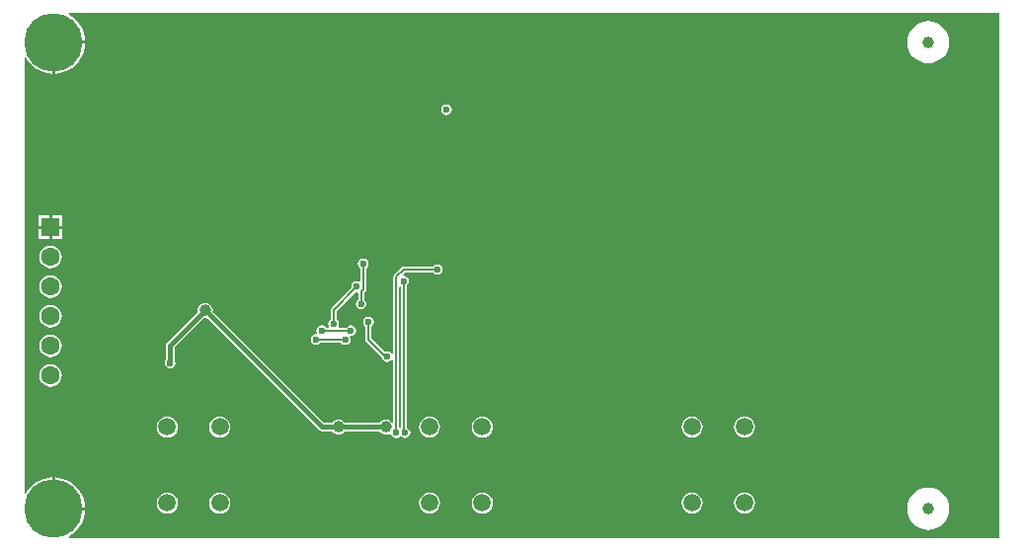
<source format=gbl>
G04*
G04 #@! TF.GenerationSoftware,Altium Limited,Altium Designer,19.0.15 (446)*
G04*
G04 Layer_Physical_Order=2*
G04 Layer_Color=16711680*
%FSLAX25Y25*%
%MOIN*%
G70*
G01*
G75*
%ADD15C,0.00787*%
%ADD56C,0.01575*%
%ADD60C,0.05906*%
%ADD61C,0.06299*%
%ADD62R,0.06299X0.06299*%
%ADD63C,0.03937*%
%ADD64C,0.19685*%
%ADD65C,0.02362*%
%ADD66C,0.03150*%
G36*
X319390Y167323D02*
Y-9843D01*
X5240Y-9843D01*
X5099Y-9342D01*
X6267Y-8626D01*
X7540Y-7540D01*
X8626Y-6267D01*
X9501Y-4841D01*
X10141Y-3295D01*
X10531Y-1668D01*
X10623Y-500D01*
X0D01*
Y0D01*
X-500D01*
Y10623D01*
X-1668Y10531D01*
X-3295Y10141D01*
X-4841Y9501D01*
X-6267Y8626D01*
X-7540Y7540D01*
X-8626Y6267D01*
X-9342Y5099D01*
X-9843Y5240D01*
Y152241D01*
X-9342Y152382D01*
X-8626Y151213D01*
X-7540Y149941D01*
X-6267Y148854D01*
X-4841Y147980D01*
X-3295Y147339D01*
X-1668Y146949D01*
X-500Y146857D01*
Y157480D01*
X0D01*
Y157980D01*
X10623D01*
X10531Y159148D01*
X10141Y160775D01*
X9501Y162321D01*
X8626Y163748D01*
X7540Y165020D01*
X6267Y166107D01*
X5099Y166823D01*
X5240Y167323D01*
X319390Y167323D01*
D02*
G37*
%LPC*%
G36*
X295276Y164601D02*
X293886Y164464D01*
X292550Y164059D01*
X291319Y163401D01*
X290240Y162516D01*
X289355Y161436D01*
X288697Y160205D01*
X288292Y158870D01*
X288155Y157480D01*
X288292Y156091D01*
X288697Y154755D01*
X289355Y153524D01*
X290240Y152445D01*
X291319Y151559D01*
X292550Y150901D01*
X293886Y150496D01*
X295276Y150359D01*
X296665Y150496D01*
X298001Y150901D01*
X299232Y151559D01*
X300311Y152445D01*
X301196Y153524D01*
X301854Y154755D01*
X302260Y156091D01*
X302396Y157480D01*
X302260Y158870D01*
X301854Y160205D01*
X301196Y161436D01*
X300311Y162516D01*
X299232Y163401D01*
X298001Y164059D01*
X296665Y164464D01*
X295276Y164601D01*
D02*
G37*
G36*
X10623Y156980D02*
X500D01*
Y146857D01*
X1668Y146949D01*
X3295Y147339D01*
X4841Y147980D01*
X6267Y148854D01*
X7540Y149941D01*
X8626Y151213D01*
X9501Y152639D01*
X10141Y154185D01*
X10531Y155812D01*
X10623Y156980D01*
D02*
G37*
G36*
X132677Y136452D02*
X131986Y136314D01*
X131400Y135923D01*
X131008Y135337D01*
X130871Y134646D01*
X131008Y133954D01*
X131400Y133368D01*
X131986Y132977D01*
X132677Y132839D01*
X133368Y132977D01*
X133955Y133368D01*
X134346Y133954D01*
X134484Y134646D01*
X134346Y135337D01*
X133955Y135923D01*
X133368Y136314D01*
X132677Y136452D01*
D02*
G37*
G36*
X2953Y98898D02*
X-484D01*
Y95461D01*
X2953D01*
Y98898D01*
D02*
G37*
G36*
X-1484D02*
X-4921D01*
Y95461D01*
X-1484D01*
Y98898D01*
D02*
G37*
G36*
X2953Y94461D02*
X-484D01*
Y91024D01*
X2953D01*
Y94461D01*
D02*
G37*
G36*
X-1484D02*
X-4921D01*
Y91024D01*
X-1484D01*
Y94461D01*
D02*
G37*
G36*
X-984Y88733D02*
X-1961Y88604D01*
X-2871Y88228D01*
X-3652Y87628D01*
X-4251Y86847D01*
X-4628Y85937D01*
X-4757Y84961D01*
X-4628Y83984D01*
X-4251Y83074D01*
X-3652Y82293D01*
X-2871Y81694D01*
X-1961Y81317D01*
X-984Y81188D01*
X-8Y81317D01*
X902Y81694D01*
X1683Y82293D01*
X2283Y83074D01*
X2660Y83984D01*
X2788Y84961D01*
X2660Y85937D01*
X2283Y86847D01*
X1683Y87628D01*
X902Y88228D01*
X-8Y88604D01*
X-984Y88733D01*
D02*
G37*
G36*
X129603Y82515D02*
X128911Y82377D01*
X128325Y81986D01*
X128143Y81712D01*
X118110D01*
X117726Y81636D01*
X117401Y81418D01*
X115038Y79056D01*
X114821Y78730D01*
X114744Y78346D01*
Y52173D01*
X114707Y52158D01*
X114244Y52090D01*
X113915Y52582D01*
X113329Y52974D01*
X112638Y53111D01*
X111946Y52974D01*
X111877Y52928D01*
X107303Y57502D01*
Y61532D01*
X107577Y61715D01*
X107968Y62301D01*
X108106Y62992D01*
X107968Y63683D01*
X107577Y64269D01*
X106991Y64661D01*
X106299Y64798D01*
X105608Y64661D01*
X105022Y64269D01*
X104630Y63683D01*
X104493Y62992D01*
X104630Y62301D01*
X105022Y61715D01*
X105296Y61532D01*
Y57087D01*
X105372Y56703D01*
X105590Y56377D01*
X110874Y51093D01*
X110969Y50614D01*
X111361Y50028D01*
X111946Y49636D01*
X112638Y49499D01*
X113329Y49636D01*
X113915Y50028D01*
X114244Y50521D01*
X114707Y50453D01*
X114744Y50438D01*
Y29274D01*
X114244Y29105D01*
X114030Y29384D01*
X113495Y29794D01*
X112873Y30052D01*
X112205Y30140D01*
X111537Y30052D01*
X110914Y29794D01*
X110380Y29384D01*
X110057Y28964D01*
X98323D01*
X98001Y29384D01*
X97466Y29794D01*
X96844Y30052D01*
X96176Y30140D01*
X95508Y30052D01*
X94885Y29794D01*
X94350Y29384D01*
X94028Y28964D01*
X91133D01*
X53693Y66404D01*
X53762Y66929D01*
X53674Y67597D01*
X53416Y68220D01*
X53006Y68754D01*
X52472Y69164D01*
X51849Y69422D01*
X51181Y69510D01*
X50513Y69422D01*
X49891Y69164D01*
X49356Y68754D01*
X48946Y68220D01*
X48688Y67597D01*
X48600Y66929D01*
X48669Y66404D01*
X38377Y56112D01*
X38072Y55656D01*
X37965Y55118D01*
Y50299D01*
X37701Y49904D01*
X37564Y49213D01*
X37701Y48521D01*
X38093Y47935D01*
X38679Y47544D01*
X39370Y47406D01*
X40061Y47544D01*
X40647Y47935D01*
X41039Y48521D01*
X41176Y49213D01*
X41039Y49904D01*
X40775Y50299D01*
Y54536D01*
X50656Y64417D01*
X51181Y64348D01*
X51706Y64417D01*
X89558Y26566D01*
X90013Y26261D01*
X90551Y26154D01*
X94028D01*
X94350Y25734D01*
X94885Y25324D01*
X95508Y25066D01*
X96176Y24978D01*
X96844Y25066D01*
X97466Y25324D01*
X98001Y25734D01*
X98323Y26154D01*
X110057D01*
X110380Y25734D01*
X110914Y25324D01*
X111537Y25066D01*
X112205Y24978D01*
X112873Y25066D01*
X113495Y25324D01*
X113570Y25381D01*
X114038Y25205D01*
X114079Y24998D01*
X114471Y24412D01*
X115057Y24020D01*
X115748Y23883D01*
X116439Y24020D01*
X116846Y24292D01*
X117433Y24313D01*
X118019Y23922D01*
X118710Y23784D01*
X119402Y23922D01*
X119988Y24313D01*
X120379Y24899D01*
X120517Y25591D01*
X120379Y26282D01*
X119988Y26868D01*
X119414Y27251D01*
Y75632D01*
X119779Y76179D01*
X119917Y76870D01*
X119779Y77561D01*
X119387Y78147D01*
X118801Y78539D01*
X118189Y78661D01*
X118049Y78908D01*
X117981Y79161D01*
X118526Y79705D01*
X128143D01*
X128325Y79431D01*
X128911Y79040D01*
X129603Y78902D01*
X130294Y79040D01*
X130880Y79431D01*
X131272Y80017D01*
X131409Y80709D01*
X131272Y81400D01*
X130880Y81986D01*
X130294Y82377D01*
X129603Y82515D01*
D02*
G37*
G36*
X104527Y84483D02*
X103836Y84346D01*
X103250Y83955D01*
X102859Y83368D01*
X102721Y82677D01*
X102859Y81986D01*
X103250Y81400D01*
X103524Y81217D01*
Y76891D01*
X103111Y76635D01*
X103024Y76635D01*
X102362Y76767D01*
X101671Y76630D01*
X101085Y76238D01*
X100693Y75652D01*
X100556Y74961D01*
X100620Y74638D01*
X93779Y67796D01*
X93561Y67471D01*
X93485Y67087D01*
Y63763D01*
X93211Y63580D01*
X92819Y62994D01*
X92682Y62303D01*
X92813Y61641D01*
X92814Y61554D01*
X92558Y61141D01*
X92051D01*
X91829Y61474D01*
X91242Y61866D01*
X90551Y62003D01*
X89860Y61866D01*
X89274Y61474D01*
X88882Y60888D01*
X88745Y60197D01*
X88882Y59506D01*
X89008Y59318D01*
X88707Y58868D01*
X88583Y58893D01*
X87891Y58755D01*
X87305Y58364D01*
X86914Y57778D01*
X86776Y57087D01*
X86914Y56395D01*
X87305Y55809D01*
X87891Y55418D01*
X88583Y55280D01*
X89274Y55418D01*
X89860Y55809D01*
X90043Y56083D01*
X96965D01*
X97148Y55809D01*
X97734Y55418D01*
X98425Y55280D01*
X99116Y55418D01*
X99703Y55809D01*
X100094Y56395D01*
X100232Y57087D01*
X100094Y57778D01*
X99969Y57965D01*
X100270Y58415D01*
X100394Y58390D01*
X101085Y58528D01*
X101671Y58920D01*
X102063Y59506D01*
X102200Y60197D01*
X102063Y60888D01*
X101671Y61474D01*
X101085Y61866D01*
X100394Y62003D01*
X99702Y61866D01*
X99116Y61474D01*
X98894Y61141D01*
X96419D01*
X96162Y61554D01*
X96163Y61641D01*
X96295Y62303D01*
X96157Y62994D01*
X95766Y63580D01*
X95492Y63763D01*
Y66671D01*
X102039Y73219D01*
X102362Y73154D01*
X102378Y73158D01*
X102765Y72840D01*
Y70653D01*
X102491Y70470D01*
X102100Y69884D01*
X101962Y69193D01*
X102100Y68502D01*
X102491Y67916D01*
X103077Y67524D01*
X103768Y67387D01*
X104460Y67524D01*
X105046Y67916D01*
X105437Y68502D01*
X105575Y69193D01*
X105437Y69884D01*
X105046Y70470D01*
X104772Y70653D01*
Y72889D01*
X105237Y73354D01*
X105455Y73680D01*
X105531Y74064D01*
Y81217D01*
X105805Y81400D01*
X106196Y81986D01*
X106334Y82677D01*
X106196Y83368D01*
X105805Y83955D01*
X105219Y84346D01*
X104527Y84483D01*
D02*
G37*
G36*
X-984Y78733D02*
X-1961Y78605D01*
X-2871Y78228D01*
X-3652Y77628D01*
X-4251Y76847D01*
X-4628Y75937D01*
X-4757Y74961D01*
X-4628Y73984D01*
X-4251Y73074D01*
X-3652Y72293D01*
X-2871Y71694D01*
X-1961Y71317D01*
X-984Y71188D01*
X-8Y71317D01*
X902Y71694D01*
X1683Y72293D01*
X2283Y73074D01*
X2660Y73984D01*
X2788Y74961D01*
X2660Y75937D01*
X2283Y76847D01*
X1683Y77628D01*
X902Y78228D01*
X-8Y78605D01*
X-984Y78733D01*
D02*
G37*
G36*
X-984Y68733D02*
X-1961Y68604D01*
X-2871Y68228D01*
X-3652Y67628D01*
X-4251Y66847D01*
X-4628Y65937D01*
X-4757Y64961D01*
X-4628Y63984D01*
X-4251Y63074D01*
X-3652Y62293D01*
X-2871Y61694D01*
X-1961Y61317D01*
X-984Y61188D01*
X-8Y61317D01*
X902Y61694D01*
X1683Y62293D01*
X2283Y63074D01*
X2660Y63984D01*
X2788Y64961D01*
X2660Y65937D01*
X2283Y66847D01*
X1683Y67628D01*
X902Y68228D01*
X-8Y68604D01*
X-984Y68733D01*
D02*
G37*
G36*
Y58733D02*
X-1961Y58605D01*
X-2871Y58228D01*
X-3652Y57628D01*
X-4251Y56847D01*
X-4628Y55937D01*
X-4757Y54961D01*
X-4628Y53984D01*
X-4251Y53074D01*
X-3652Y52293D01*
X-2871Y51694D01*
X-1961Y51317D01*
X-984Y51188D01*
X-8Y51317D01*
X902Y51694D01*
X1683Y52293D01*
X2283Y53074D01*
X2660Y53984D01*
X2788Y54961D01*
X2660Y55937D01*
X2283Y56847D01*
X1683Y57628D01*
X902Y58228D01*
X-8Y58605D01*
X-984Y58733D01*
D02*
G37*
G36*
X-984Y48733D02*
X-1961Y48605D01*
X-2871Y48228D01*
X-3652Y47628D01*
X-4251Y46847D01*
X-4628Y45937D01*
X-4757Y44961D01*
X-4628Y43984D01*
X-4251Y43074D01*
X-3652Y42293D01*
X-2871Y41694D01*
X-1961Y41317D01*
X-984Y41188D01*
X-8Y41317D01*
X902Y41694D01*
X1683Y42293D01*
X2283Y43074D01*
X2660Y43984D01*
X2788Y44961D01*
X2660Y45937D01*
X2283Y46847D01*
X1683Y47628D01*
X902Y48228D01*
X-8Y48605D01*
X-984Y48733D01*
D02*
G37*
G36*
X144685Y31133D02*
X143760Y31011D01*
X142898Y30654D01*
X142158Y30086D01*
X141590Y29346D01*
X141233Y28484D01*
X141111Y27559D01*
X141233Y26634D01*
X141590Y25772D01*
X142158Y25032D01*
X142898Y24464D01*
X143760Y24107D01*
X144685Y23985D01*
X145610Y24107D01*
X146472Y24464D01*
X147212Y25032D01*
X147780Y25772D01*
X148137Y26634D01*
X148259Y27559D01*
X148137Y28484D01*
X147780Y29346D01*
X147212Y30086D01*
X146472Y30654D01*
X145610Y31011D01*
X144685Y31133D01*
D02*
G37*
G36*
X126969D02*
X126043Y31011D01*
X125182Y30654D01*
X124441Y30086D01*
X123873Y29346D01*
X123516Y28484D01*
X123395Y27559D01*
X123516Y26634D01*
X123873Y25772D01*
X124441Y25032D01*
X125182Y24464D01*
X126043Y24107D01*
X126969Y23985D01*
X127893Y24107D01*
X128755Y24464D01*
X129496Y25032D01*
X130064Y25772D01*
X130421Y26634D01*
X130542Y27559D01*
X130421Y28484D01*
X130064Y29346D01*
X129496Y30086D01*
X128755Y30654D01*
X127893Y31011D01*
X126969Y31133D01*
D02*
G37*
G36*
X56102D02*
X55177Y31011D01*
X54315Y30654D01*
X53575Y30086D01*
X53007Y29346D01*
X52650Y28484D01*
X52529Y27559D01*
X52650Y26634D01*
X53007Y25772D01*
X53575Y25032D01*
X54315Y24464D01*
X55177Y24107D01*
X56102Y23985D01*
X57027Y24107D01*
X57889Y24464D01*
X58630Y25032D01*
X59197Y25772D01*
X59554Y26634D01*
X59676Y27559D01*
X59554Y28484D01*
X59197Y29346D01*
X58630Y30086D01*
X57889Y30654D01*
X57027Y31011D01*
X56102Y31133D01*
D02*
G37*
G36*
X38386D02*
X37461Y31011D01*
X36599Y30654D01*
X35859Y30086D01*
X35291Y29346D01*
X34934Y28484D01*
X34812Y27559D01*
X34934Y26634D01*
X35291Y25772D01*
X35859Y25032D01*
X36599Y24464D01*
X37461Y24107D01*
X38386Y23985D01*
X39311Y24107D01*
X40173Y24464D01*
X40913Y25032D01*
X41481Y25772D01*
X41838Y26634D01*
X41960Y27559D01*
X41838Y28484D01*
X41481Y29346D01*
X40913Y30086D01*
X40173Y30654D01*
X39311Y31011D01*
X38386Y31133D01*
D02*
G37*
G36*
X233268Y31133D02*
X232343Y31011D01*
X231481Y30654D01*
X230741Y30086D01*
X230173Y29346D01*
X229816Y28484D01*
X229694Y27559D01*
X229816Y26634D01*
X230173Y25772D01*
X230741Y25032D01*
X231481Y24464D01*
X232343Y24107D01*
X233268Y23985D01*
X234193Y24107D01*
X235055Y24464D01*
X235795Y25032D01*
X236363Y25772D01*
X236720Y26634D01*
X236842Y27559D01*
X236720Y28484D01*
X236363Y29346D01*
X235795Y30086D01*
X235055Y30654D01*
X234193Y31011D01*
X233268Y31133D01*
D02*
G37*
G36*
X215551D02*
X214626Y31011D01*
X213764Y30654D01*
X213024Y30086D01*
X212456Y29346D01*
X212099Y28484D01*
X211977Y27559D01*
X212099Y26634D01*
X212456Y25772D01*
X213024Y25032D01*
X213764Y24464D01*
X214626Y24107D01*
X215551Y23985D01*
X216476Y24107D01*
X217338Y24464D01*
X218078Y25032D01*
X218646Y25772D01*
X219003Y26634D01*
X219125Y27559D01*
X219003Y28484D01*
X218646Y29346D01*
X218078Y30086D01*
X217338Y30654D01*
X216476Y31011D01*
X215551Y31133D01*
D02*
G37*
G36*
X500Y10623D02*
Y500D01*
X10623D01*
X10531Y1668D01*
X10141Y3295D01*
X9501Y4841D01*
X8626Y6267D01*
X7540Y7540D01*
X6267Y8626D01*
X4841Y9501D01*
X3295Y10141D01*
X1668Y10531D01*
X500Y10623D01*
D02*
G37*
G36*
X144685Y5542D02*
X143760Y5421D01*
X142898Y5064D01*
X142158Y4496D01*
X141590Y3755D01*
X141233Y2894D01*
X141111Y1969D01*
X141233Y1044D01*
X141590Y182D01*
X142158Y-559D01*
X142898Y-1127D01*
X143760Y-1484D01*
X144685Y-1605D01*
X145610Y-1484D01*
X146472Y-1127D01*
X147212Y-559D01*
X147780Y182D01*
X148137Y1044D01*
X148259Y1969D01*
X148137Y2894D01*
X147780Y3755D01*
X147212Y4496D01*
X146472Y5064D01*
X145610Y5421D01*
X144685Y5542D01*
D02*
G37*
G36*
X126969D02*
X126043Y5421D01*
X125182Y5064D01*
X124441Y4496D01*
X123873Y3755D01*
X123516Y2894D01*
X123395Y1969D01*
X123516Y1044D01*
X123873Y182D01*
X124441Y-559D01*
X125182Y-1127D01*
X126043Y-1484D01*
X126969Y-1605D01*
X127893Y-1484D01*
X128755Y-1127D01*
X129496Y-559D01*
X130064Y182D01*
X130421Y1044D01*
X130542Y1969D01*
X130421Y2894D01*
X130064Y3755D01*
X129496Y4496D01*
X128755Y5064D01*
X127893Y5421D01*
X126969Y5542D01*
D02*
G37*
G36*
X56102D02*
X55177Y5421D01*
X54315Y5064D01*
X53575Y4496D01*
X53007Y3755D01*
X52650Y2894D01*
X52529Y1969D01*
X52650Y1044D01*
X53007Y182D01*
X53575Y-559D01*
X54315Y-1127D01*
X55177Y-1484D01*
X56102Y-1605D01*
X57027Y-1484D01*
X57889Y-1127D01*
X58630Y-559D01*
X59197Y182D01*
X59554Y1044D01*
X59676Y1969D01*
X59554Y2894D01*
X59197Y3755D01*
X58630Y4496D01*
X57889Y5064D01*
X57027Y5421D01*
X56102Y5542D01*
D02*
G37*
G36*
X38386D02*
X37461Y5421D01*
X36599Y5064D01*
X35859Y4496D01*
X35291Y3755D01*
X34934Y2894D01*
X34812Y1969D01*
X34934Y1044D01*
X35291Y182D01*
X35859Y-559D01*
X36599Y-1127D01*
X37461Y-1484D01*
X38386Y-1605D01*
X39311Y-1484D01*
X40173Y-1127D01*
X40913Y-559D01*
X41481Y182D01*
X41838Y1044D01*
X41960Y1969D01*
X41838Y2894D01*
X41481Y3755D01*
X40913Y4496D01*
X40173Y5064D01*
X39311Y5421D01*
X38386Y5542D01*
D02*
G37*
G36*
X233268Y5542D02*
X232343Y5421D01*
X231481Y5064D01*
X230741Y4496D01*
X230173Y3755D01*
X229816Y2894D01*
X229694Y1969D01*
X229816Y1044D01*
X230173Y182D01*
X230741Y-559D01*
X231481Y-1127D01*
X232343Y-1484D01*
X233268Y-1605D01*
X234193Y-1484D01*
X235055Y-1127D01*
X235795Y-559D01*
X236363Y182D01*
X236720Y1044D01*
X236842Y1969D01*
X236720Y2894D01*
X236363Y3755D01*
X235795Y4496D01*
X235055Y5064D01*
X234193Y5421D01*
X233268Y5542D01*
D02*
G37*
G36*
X215551D02*
X214626Y5421D01*
X213764Y5064D01*
X213024Y4496D01*
X212456Y3755D01*
X212099Y2894D01*
X211977Y1969D01*
X212099Y1044D01*
X212456Y182D01*
X213024Y-559D01*
X213764Y-1127D01*
X214626Y-1484D01*
X215551Y-1605D01*
X216476Y-1484D01*
X217338Y-1127D01*
X218078Y-559D01*
X218646Y182D01*
X219003Y1044D01*
X219125Y1969D01*
X219003Y2894D01*
X218646Y3755D01*
X218078Y4496D01*
X217338Y5064D01*
X216476Y5421D01*
X215551Y5542D01*
D02*
G37*
G36*
X295276Y7121D02*
X293886Y6984D01*
X292550Y6579D01*
X291319Y5921D01*
X290240Y5035D01*
X289355Y3956D01*
X288697Y2725D01*
X288292Y1389D01*
X288155Y0D01*
X288292Y-1389D01*
X288697Y-2725D01*
X289355Y-3956D01*
X290240Y-5035D01*
X291319Y-5921D01*
X292550Y-6579D01*
X293886Y-6984D01*
X295276Y-7121D01*
X296665Y-6984D01*
X298001Y-6579D01*
X299232Y-5921D01*
X300311Y-5035D01*
X301196Y-3956D01*
X301854Y-2725D01*
X302260Y-1389D01*
X302396Y0D01*
X302260Y1389D01*
X301854Y2725D01*
X301196Y3956D01*
X300311Y5035D01*
X299232Y5921D01*
X298001Y6579D01*
X296665Y6984D01*
X295276Y7121D01*
D02*
G37*
%LPD*%
G36*
X117407Y74829D02*
Y27672D01*
X116907Y27412D01*
X116752Y27521D01*
Y74639D01*
X117252Y74922D01*
X117407Y74829D01*
D02*
G37*
D15*
X100335Y60138D02*
X100394Y60197D01*
X90610Y60138D02*
X100335D01*
X106299Y57087D02*
Y62992D01*
X88583Y57087D02*
X98425D01*
X90551Y60197D02*
X90610Y60138D01*
X104527Y74064D02*
Y82677D01*
X103768Y69193D02*
Y73305D01*
X104527Y74064D01*
X115748Y25689D02*
Y78346D01*
X118110Y80709D02*
X129603D01*
X115748Y78346D02*
X118110Y80709D01*
Y76870D02*
X118410Y76570D01*
Y25891D02*
Y76570D01*
Y25891D02*
X118710Y25591D01*
X106299Y57087D02*
X112359Y51027D01*
X94488Y67087D02*
X102362Y74961D01*
X94488Y62303D02*
Y67087D01*
D56*
X39370Y55118D02*
X51181Y66929D01*
X39370Y49213D02*
Y55118D01*
X96176Y27559D02*
X112205D01*
X90551D02*
X96176D01*
X51181Y66929D02*
X90551Y27559D01*
D60*
X56102Y27559D02*
D03*
X38386D02*
D03*
X56102Y1969D02*
D03*
X38386D02*
D03*
X144685Y27559D02*
D03*
X126969D02*
D03*
X144685Y1969D02*
D03*
X126969D02*
D03*
X233268Y27559D02*
D03*
X215551D02*
D03*
X233268Y1969D02*
D03*
X215551D02*
D03*
D61*
X-984Y54961D02*
D03*
Y64961D02*
D03*
X-984Y74961D02*
D03*
X-984Y84961D02*
D03*
X-984Y44961D02*
D03*
D62*
X-984Y94961D02*
D03*
D63*
X295276Y157480D02*
D03*
Y0D02*
D03*
X96176Y27559D02*
D03*
X112205D02*
D03*
X51181Y66929D02*
D03*
D64*
X0Y157480D02*
D03*
Y0D02*
D03*
D65*
X62008Y43307D02*
D03*
Y50197D02*
D03*
X100394Y60197D02*
D03*
X106299Y62992D02*
D03*
X98425Y57087D02*
D03*
X88583D02*
D03*
X90551Y60197D02*
D03*
X133858Y140157D02*
D03*
X132677Y134646D02*
D03*
X109449Y18898D02*
D03*
X39370Y49213D02*
D03*
X104527Y82677D02*
D03*
X103768Y69193D02*
D03*
X129603Y80709D02*
D03*
X118110Y76870D02*
D03*
X115748Y25689D02*
D03*
X35433Y76870D02*
D03*
X66929Y31806D02*
D03*
X194882Y5906D02*
D03*
X183071D02*
D03*
X171260D02*
D03*
Y27657D02*
D03*
X183071D02*
D03*
X194882D02*
D03*
X154774Y31806D02*
D03*
X83799Y12615D02*
D03*
X114173Y7480D02*
D03*
X118710Y25591D02*
D03*
X112638Y51305D02*
D03*
X94488Y62303D02*
D03*
X102362Y74961D02*
D03*
X59039Y132047D02*
D03*
X198874Y99806D02*
D03*
X205011Y106816D02*
D03*
Y110123D02*
D03*
X201772Y106816D02*
D03*
X198874Y102953D02*
D03*
Y106816D02*
D03*
X208661D02*
D03*
Y110123D02*
D03*
X201772Y110236D02*
D03*
X198874Y110123D02*
D03*
X163386Y68758D02*
D03*
X129603Y66634D02*
D03*
X83745Y67778D02*
D03*
X36417Y70098D02*
D03*
X15748Y68693D02*
D03*
D66*
X256791Y79134D02*
D03*
X309941Y20079D02*
D03*
X268602Y102756D02*
D03*
X197736Y126378D02*
D03*
X298130Y114567D02*
D03*
X262697D02*
D03*
X250886Y138189D02*
D03*
X280413Y8268D02*
D03*
X239075Y138189D02*
D03*
X203642D02*
D03*
X262697D02*
D03*
X315846Y31890D02*
D03*
Y126378D02*
D03*
X227264Y114567D02*
D03*
X268602Y31890D02*
D03*
X309941Y114567D02*
D03*
X292224Y79134D02*
D03*
X244980Y150000D02*
D03*
X262697Y161811D02*
D03*
X315846Y79134D02*
D03*
X298130Y138189D02*
D03*
X274508Y-3543D02*
D03*
X315846Y8268D02*
D03*
X280413Y55512D02*
D03*
Y150000D02*
D03*
X274508Y161811D02*
D03*
X233169Y102756D02*
D03*
X274508Y114567D02*
D03*
X221358Y102756D02*
D03*
X239075Y161811D02*
D03*
X197736Y150000D02*
D03*
X185925Y126378D02*
D03*
X227264Y67323D02*
D03*
X262697Y20079D02*
D03*
X239075Y43701D02*
D03*
X304035Y55512D02*
D03*
X286319Y43701D02*
D03*
X209547Y55512D02*
D03*
X304035Y150000D02*
D03*
X180020Y161811D02*
D03*
X309941D02*
D03*
X250886Y43701D02*
D03*
X298130Y20079D02*
D03*
X304035Y31890D02*
D03*
X180020Y90945D02*
D03*
Y138189D02*
D03*
X298130Y43701D02*
D03*
X203642Y161811D02*
D03*
X262697Y-3543D02*
D03*
X304035Y126378D02*
D03*
X203642Y114567D02*
D03*
X315846Y102756D02*
D03*
X244980D02*
D03*
X304035Y79134D02*
D03*
X309941Y43701D02*
D03*
X304035Y8268D02*
D03*
X315846Y150000D02*
D03*
X292224Y126378D02*
D03*
X215453Y-3543D02*
D03*
X292224Y31890D02*
D03*
X215453Y161811D02*
D03*
X191831D02*
D03*
X185925Y150000D02*
D03*
X268602D02*
D03*
X233169Y126378D02*
D03*
X244980Y79134D02*
D03*
X250886Y161811D02*
D03*
X215453Y67323D02*
D03*
X268602Y8268D02*
D03*
X227264Y161811D02*
D03*
X262697Y43701D02*
D03*
X185925Y102756D02*
D03*
X215453Y138189D02*
D03*
X292224Y102756D02*
D03*
X286319Y67323D02*
D03*
X233169Y55512D02*
D03*
X191831Y90945D02*
D03*
X233169Y150000D02*
D03*
X298130Y67323D02*
D03*
X274508Y20079D02*
D03*
X227264Y138189D02*
D03*
X315846Y55512D02*
D03*
X185925Y79134D02*
D03*
X203642Y67323D02*
D03*
X286319Y161811D02*
D03*
X280413Y31890D02*
D03*
X239075Y67323D02*
D03*
X280413Y126378D02*
D03*
X239075Y114567D02*
D03*
X292224Y55512D02*
D03*
X244980D02*
D03*
X215453Y114567D02*
D03*
X274508Y43701D02*
D03*
X215453D02*
D03*
X221358Y55512D02*
D03*
X262697Y67323D02*
D03*
X268602Y126378D02*
D03*
Y55512D02*
D03*
X256791D02*
D03*
X309941Y-3543D02*
D03*
X215453Y20079D02*
D03*
X286319D02*
D03*
X221358Y8268D02*
D03*
X197736Y79134D02*
D03*
X286319Y138189D02*
D03*
X309941D02*
D03*
X209547Y79134D02*
D03*
X221358D02*
D03*
X268602D02*
D03*
X233169D02*
D03*
X209547Y126378D02*
D03*
X221358D02*
D03*
X250886Y67323D02*
D03*
X304035Y102756D02*
D03*
X221358Y150000D02*
D03*
X191831Y138189D02*
D03*
X180020Y114567D02*
D03*
X274508Y67323D02*
D03*
X280413Y79134D02*
D03*
X309941Y67323D02*
D03*
X280413Y102756D02*
D03*
X274508Y138189D02*
D03*
X209547Y150000D02*
D03*
X244980Y126378D02*
D03*
X286319Y114567D02*
D03*
X256791Y126378D02*
D03*
X250886Y114567D02*
D03*
X256791Y150000D02*
D03*
Y102756D02*
D03*
X191831Y114567D02*
D03*
M02*

</source>
